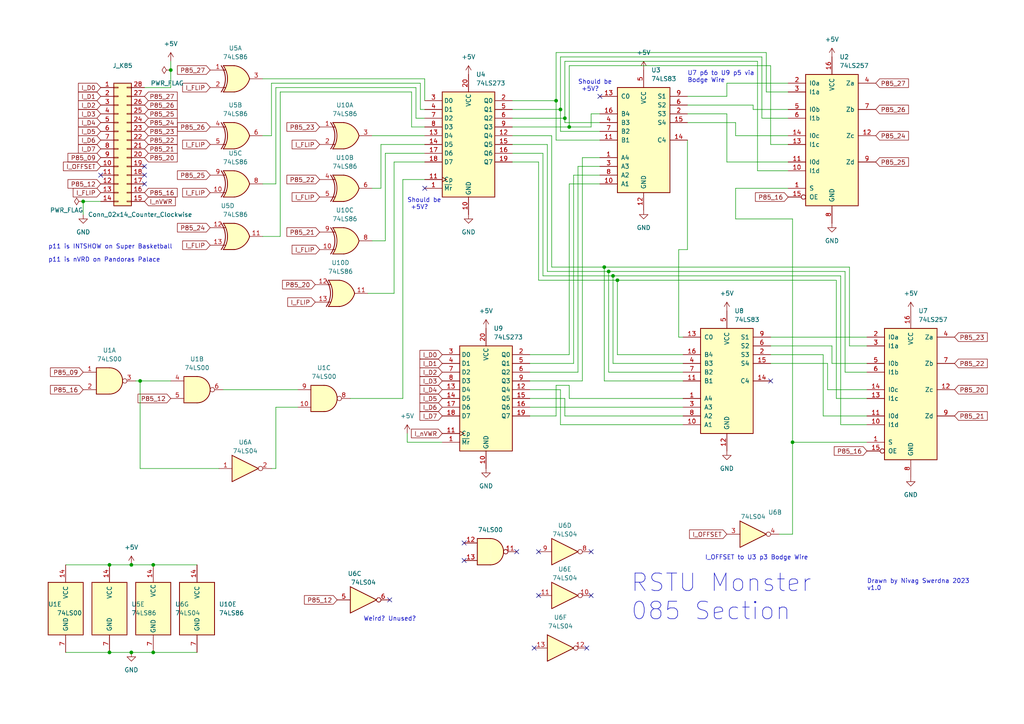
<source format=kicad_sch>
(kicad_sch (version 20230121) (generator eeschema)
  (paper "A4")
  (lib_symbols
    (symbol "74xx:74LS00" (pin_names (offset 1.016))
      (property "Reference" "U" (at 0 1.27 0))
      (property "Value" "74LS00" (at 0 -1.27 0))
      (symbol "74LS00_1_1"
        (pin input line (at -7.62 2.54 0) (length 3.81) (name "~") (number "1"))
        (pin input line (at -7.62 -2.54 0) (length 3.81) (name "~") (number "2"))
        (pin output inverted (at 7.62 0 180) (length 3.81) (name "~") (number "3"))
      )
      (symbol "74LS00_1_2"
        (pin input inverted (at -7.62 2.54 0) (length 4.318) (name "~") (number "1"))
        (pin input inverted (at -7.62 -2.54 0) (length 4.318) (name "~") (number "2"))
        (pin output line (at 7.62 0 180) (length 3.81) (name "~") (number "3"))
      )
      (symbol "74LS00_2_1"
        (pin input line (at -7.62 2.54 0) (length 3.81) (name "~") (number "4"))
        (pin input line (at -7.62 -2.54 0) (length 3.81) (name "~") (number "5"))
        (pin output inverted (at 7.62 0 180) (length 3.81) (name "~") (number "6"))
      )
      (symbol "74LS00_2_2"
        (pin input inverted (at -7.62 2.54 0) (length 4.318) (name "~") (number "4"))
        (pin input inverted (at -7.62 -2.54 0) (length 4.318) (name "~") (number "5"))
        (pin output line (at 7.62 0 180) (length 3.81) (name "~") (number "6"))
      )
      (symbol "74LS00_3_1"
        (pin input line (at -7.62 -2.54 0) (length 3.81) (name "~") (number "10"))
        (pin output inverted (at 7.62 0 180) (length 3.81) (name "~") (number "8"))
        (pin input line (at -7.62 2.54 0) (length 3.81) (name "~") (number "9"))
      )
      (symbol "74LS00_3_2"
        (pin input inverted (at -7.62 -2.54 0) (length 4.318) (name "~") (number "10"))
        (pin output line (at 7.62 0 180) (length 3.81) (name "~") (number "8"))
        (pin input inverted (at -7.62 2.54 0) (length 4.318) (name "~") (number "9"))
      )
      (symbol "74LS00_4_1"
        (pin output inverted (at 7.62 0 180) (length 3.81) (name "~") (number "11"))
        (pin input line (at -7.62 2.54 0) (length 3.81) (name "~") (number "12"))
        (pin input line (at -7.62 -2.54 0) (length 3.81) (name "~") (number "13"))
      )
      (symbol "74LS00_4_2"
        (pin output line (at 7.62 0 180) (length 3.81) (name "~") (number "11"))
        (pin input inverted (at -7.62 2.54 0) (length 4.318) (name "~") (number "12"))
        (pin input inverted (at -7.62 -2.54 0) (length 4.318) (name "~") (number "13"))
      )
      (symbol "74LS00_5_0"
        (pin power_in line (at 0 12.7 270) (length 5.08) (name "VCC") (number "14"))
        (pin power_in line (at 0 -12.7 90) (length 5.08) (name "GND") (number "7"))
      )
    )
    (symbol "74xx:74LS04"
      (property "Reference" "U" (at 0 1.27 0))
      (property "Value" "74LS04" (at 0 -1.27 0))
      (symbol "74LS04_1_0"
        (pin input line (at -7.62 0 0) (length 3.81) (name "~") (number "1"))
        (pin output inverted (at 7.62 0 180) (length 3.81) (name "~") (number "2"))
      )
      (symbol "74LS04_2_0"
        (pin input line (at -7.62 0 0) (length 3.81) (name "~") (number "3"))
        (pin output inverted (at 7.62 0 180) (length 3.81) (name "~") (number "4"))
      )
      (symbol "74LS04_3_0"
        (pin input line (at -7.62 0 0) (length 3.81) (name "~") (number "5"))
        (pin output inverted (at 7.62 0 180) (length 3.81) (name "~") (number "6"))
      )
      (symbol "74LS04_4_0"
        (pin output inverted (at 7.62 0 180) (length 3.81) (name "~") (number "8"))
        (pin input line (at -7.62 0 0) (length 3.81) (name "~") (number "9"))
      )
      (symbol "74LS04_5_0"
        (pin output inverted (at 7.62 0 180) (length 3.81) (name "~") (number "10"))
        (pin input line (at -7.62 0 0) (length 3.81) (name "~") (number "11"))
      )
      (symbol "74LS04_6_0"
        (pin output inverted (at 7.62 0 180) (length 3.81) (name "~") (number "12"))
        (pin input line (at -7.62 0 0) (length 3.81) (name "~") (number "13"))
      )
      (symbol "74LS04_7_0"
        (pin power_in line (at 0 12.7 270) (length 5.08) (name "VCC") (number "14"))
        (pin power_in line (at 0 -12.7 90) (length 5.08) (name "GND") (number "7"))
      )
    )
    (symbol "74xx:74LS257" (pin_names (offset 1.016))
      (property "Reference" "U" (at -7.62 19.05 0))
      (property "Value" "74LS257" (at -7.62 -21.59 0))
      (symbol "74LS257_1_0"
        (pin input line (at -12.7 -15.24 0) (length 5.08) (name "S") (number "1"))
        (pin input line (at -12.7 -10.16 0) (length 5.08) (name "I1d") (number "10"))
        (pin input line (at -12.7 -7.62 0) (length 5.08) (name "I0d") (number "11"))
        (pin tri_state line (at 12.7 0 180) (length 5.08) (name "Zc") (number "12"))
        (pin input line (at -12.7 -2.54 0) (length 5.08) (name "I1c") (number "13"))
        (pin input line (at -12.7 0 0) (length 5.08) (name "I0c") (number "14"))
        (pin input inverted (at -12.7 -17.78 0) (length 5.08) (name "OE") (number "15"))
        (pin power_in line (at 0 22.86 270) (length 5.08) (name "VCC") (number "16"))
        (pin input line (at -12.7 15.24 0) (length 5.08) (name "I0a") (number "2"))
        (pin input line (at -12.7 12.7 0) (length 5.08) (name "I1a") (number "3"))
        (pin tri_state line (at 12.7 15.24 180) (length 5.08) (name "Za") (number "4"))
        (pin input line (at -12.7 7.62 0) (length 5.08) (name "I0b") (number "5"))
        (pin input line (at -12.7 5.08 0) (length 5.08) (name "I1b") (number "6"))
        (pin tri_state line (at 12.7 7.62 180) (length 5.08) (name "Zb") (number "7"))
        (pin power_in line (at 0 -25.4 90) (length 5.08) (name "GND") (number "8"))
        (pin tri_state line (at 12.7 -7.62 180) (length 5.08) (name "Zd") (number "9"))
      )
    )
    (symbol "74xx:74LS273"
      (property "Reference" "U" (at -7.62 16.51 0))
      (property "Value" "74LS273" (at -7.62 -16.51 0))
      (symbol "74LS273_1_0"
        (pin input line (at -12.7 -12.7 0) (length 5.08) (name "~{Mr}") (number "1"))
        (pin power_in line (at 0 -20.32 90) (length 5.08) (name "GND") (number "10"))
        (pin input clock (at -12.7 -10.16 0) (length 5.08) (name "Cp") (number "11"))
        (pin output line (at 12.7 2.54 180) (length 5.08) (name "Q4") (number "12"))
        (pin input line (at -12.7 2.54 0) (length 5.08) (name "D4") (number "13"))
        (pin input line (at -12.7 0 0) (length 5.08) (name "D5") (number "14"))
        (pin output line (at 12.7 0 180) (length 5.08) (name "Q5") (number "15"))
        (pin output line (at 12.7 -2.54 180) (length 5.08) (name "Q6") (number "16"))
        (pin input line (at -12.7 -2.54 0) (length 5.08) (name "D6") (number "17"))
        (pin input line (at -12.7 -5.08 0) (length 5.08) (name "D7") (number "18"))
        (pin output line (at 12.7 -5.08 180) (length 5.08) (name "Q7") (number "19"))
        (pin output line (at 12.7 12.7 180) (length 5.08) (name "Q0") (number "2"))
        (pin power_in line (at 0 20.32 270) (length 5.08) (name "VCC") (number "20"))
        (pin input line (at -12.7 12.7 0) (length 5.08) (name "D0") (number "3"))
        (pin input line (at -12.7 10.16 0) (length 5.08) (name "D1") (number "4"))
        (pin output line (at 12.7 10.16 180) (length 5.08) (name "Q1") (number "5"))
        (pin output line (at 12.7 7.62 180) (length 5.08) (name "Q2") (number "6"))
        (pin input line (at -12.7 7.62 0) (length 5.08) (name "D2") (number "7"))
        (pin input line (at -12.7 5.08 0) (length 5.08) (name "D3") (number "8"))
        (pin output line (at 12.7 5.08 180) (length 5.08) (name "Q3") (number "9"))
      )
    )
    (symbol "74xx:74LS83" (pin_names (offset 1.016))
      (property "Reference" "U" (at -7.62 16.51 0))
      (property "Value" "74LS83" (at -7.62 -16.51 0))
      (symbol "74LS83_1_0"
        (pin input line (at -12.7 -5.08 0) (length 5.08) (name "A4") (number "1"))
        (pin input line (at -12.7 -12.7 0) (length 5.08) (name "A1") (number "10"))
        (pin input line (at -12.7 0 0) (length 5.08) (name "B1") (number "11"))
        (pin power_in line (at 0 -20.32 90) (length 5.08) (name "GND") (number "12"))
        (pin input line (at -12.7 12.7 0) (length 5.08) (name "C0") (number "13"))
        (pin output line (at 12.7 0 180) (length 5.08) (name "C4") (number "14"))
        (pin output line (at 12.7 5.08 180) (length 5.08) (name "S4") (number "15"))
        (pin input line (at -12.7 7.62 0) (length 5.08) (name "B4") (number "16"))
        (pin output line (at 12.7 7.62 180) (length 5.08) (name "S3") (number "2"))
        (pin input line (at -12.7 -7.62 0) (length 5.08) (name "A3") (number "3"))
        (pin input line (at -12.7 5.08 0) (length 5.08) (name "B3") (number "4"))
        (pin power_in line (at 0 20.32 270) (length 5.08) (name "VCC") (number "5"))
        (pin output line (at 12.7 10.16 180) (length 5.08) (name "S2") (number "6"))
        (pin input line (at -12.7 2.54 0) (length 5.08) (name "B2") (number "7"))
        (pin input line (at -12.7 -10.16 0) (length 5.08) (name "A2") (number "8"))
        (pin output line (at 12.7 12.7 180) (length 5.08) (name "S1") (number "9"))
      )
    )
    (symbol "74xx:74LS86" (pin_names (offset 1.016))
      (property "Reference" "U" (at 0 1.27 0))
      (property "Value" "74LS86" (at 0 -1.27 0))
      (symbol "74LS86_1_0"
        (pin input line (at -7.62 2.54 0) (length 4.445) (name "~") (number "1"))
        (pin input line (at -7.62 -2.54 0) (length 4.445) (name "~") (number "2"))
        (pin output line (at 7.62 0 180) (length 3.81) (name "~") (number "3"))
      )
      (symbol "74LS86_2_0"
        (pin input line (at -7.62 2.54 0) (length 4.445) (name "~") (number "4"))
        (pin input line (at -7.62 -2.54 0) (length 4.445) (name "~") (number "5"))
        (pin output line (at 7.62 0 180) (length 3.81) (name "~") (number "6"))
      )
      (symbol "74LS86_3_0"
        (pin input line (at -7.62 -2.54 0) (length 4.445) (name "~") (number "10"))
        (pin output line (at 7.62 0 180) (length 3.81) (name "~") (number "8"))
        (pin input line (at -7.62 2.54 0) (length 4.445) (name "~") (number "9"))
      )
      (symbol "74LS86_4_0"
        (pin output line (at 7.62 0 180) (length 3.81) (name "~") (number "11"))
        (pin input line (at -7.62 2.54 0) (length 4.445) (name "~") (number "12"))
        (pin input line (at -7.62 -2.54 0) (length 4.445) (name "~") (number "13"))
      )
      (symbol "74LS86_5_0"
        (pin power_in line (at 0 12.7 270) (length 5.08) (name "VCC") (number "14"))
        (pin power_in line (at 0 -12.7 90) (length 5.08) (name "GND") (number "7"))
      )
    )
    (symbol "Connector_Generic:Conn_02x14_Counter_Clockwise" (pin_names (offset 1.016) hide)
      (property "Reference" "J" (at 1.27 17.78 0))
      (property "Value" "Conn_02x14_Counter_Clockwise" (at 1.27 -20.32 0))
      (symbol "Conn_02x14_Counter_Clockwise_1_1"
        (pin passive line (at -5.08 15.24 0) (length 3.81) (name "Pin_1") (number "1"))
        (pin passive line (at -5.08 -7.62 0) (length 3.81) (name "Pin_10") (number "10"))
        (pin passive line (at -5.08 -10.16 0) (length 3.81) (name "Pin_11") (number "11"))
        (pin passive line (at -5.08 -12.7 0) (length 3.81) (name "Pin_12") (number "12"))
        (pin passive line (at -5.08 -15.24 0) (length 3.81) (name "Pin_13") (number "13"))
        (pin passive line (at -5.08 -17.78 0) (length 3.81) (name "Pin_14") (number "14"))
        (pin passive line (at 7.62 -17.78 180) (length 3.81) (name "Pin_15") (number "15"))
        (pin passive line (at 7.62 -15.24 180) (length 3.81) (name "Pin_16") (number "16"))
        (pin passive line (at 7.62 -12.7 180) (length 3.81) (name "Pin_17") (number "17"))
        (pin passive line (at 7.62 -10.16 180) (length 3.81) (name "Pin_18") (number "18"))
        (pin passive line (at 7.62 -7.62 180) (length 3.81) (name "Pin_19") (number "19"))
        (pin passive line (at -5.08 12.7 0) (length 3.81) (name "Pin_2") (number "2"))
        (pin passive line (at 7.62 -5.08 180) (length 3.81) (name "Pin_20") (number "20"))
        (pin passive line (at 7.62 -2.54 180) (length 3.81) (name "Pin_21") (number "21"))
        (pin passive line (at 7.62 0 180) (length 3.81) (name "Pin_22") (number "22"))
        (pin passive line (at 7.62 2.54 180) (length 3.81) (name "Pin_23") (number "23"))
        (pin passive line (at 7.62 5.08 180) (length 3.81) (name "Pin_24") (number "24"))
        (pin passive line (at 7.62 7.62 180) (length 3.81) (name "Pin_25") (number "25"))
        (pin passive line (at 7.62 10.16 180) (length 3.81) (name "Pin_26") (number "26"))
        (pin passive line (at 7.62 12.7 180) (length 3.81) (name "Pin_27") (number "27"))
        (pin passive line (at 7.62 15.24 180) (length 3.81) (name "Pin_28") (number "28"))
        (pin passive line (at -5.08 10.16 0) (length 3.81) (name "Pin_3") (number "3"))
        (pin passive line (at -5.08 7.62 0) (length 3.81) (name "Pin_4") (number "4"))
        (pin passive line (at -5.08 5.08 0) (length 3.81) (name "Pin_5") (number "5"))
        (pin passive line (at -5.08 2.54 0) (length 3.81) (name "Pin_6") (number "6"))
        (pin passive line (at -5.08 0 0) (length 3.81) (name "Pin_7") (number "7"))
        (pin passive line (at -5.08 -2.54 0) (length 3.81) (name "Pin_8") (number "8"))
        (pin passive line (at -5.08 -5.08 0) (length 3.81) (name "Pin_9") (number "9"))
      )
    )
    (symbol "power:+5V" (power) (pin_names (offset 0))
      (property "Value" "+5V" (at 0 3.556 0))
      (symbol "+5V_1_1"
        (pin power_in line (at 0 0 90) (length 0) hide (name "+5V") (number "1"))
      )
    )
    (symbol "power:GND" (power) (pin_names (offset 0))
      (property "Value" "GND" (at 0 -3.81 0))
      (symbol "GND_1_1"
        (pin power_in line (at 0 0 270) (length 0) hide (name "GND") (number "1"))
      )
    )
    (symbol "power:PWR_FLAG" (power) (pin_numbers hide) (pin_names (offset 0) hide)
      (property "Value" "PWR_FLAG" (at 0 3.81 0))
      (symbol "PWR_FLAG_0_0"
        (pin power_out line (at 0 0 90) (length 0) (name "pwr") (number "1"))
      )
    )
  )
  (junction (at 49.53 20.32))
  (junction (at 161.29 29.21))
  (junction (at 176.53 78.74))
  (junction (at 31.75 163.83))
  (junction (at 24.13 58.42))
  (junction (at 162.56 31.75))
  (junction (at 175.26 77.47))
  (junction (at 40.64 110.49))
  (junction (at 179.07 81.28))
  (junction (at 31.75 189.23))
  (junction (at 165.1 36.83))
  (junction (at 44.45 163.83))
  (junction (at 177.8 80.01))
  (junction (at 163.83 34.29))
  (junction (at 44.45 189.23))
  (junction (at 38.1 163.83))
  (junction (at 38.1 189.23))
  (junction (at 229.87 128.27))
  (no_connect (at 156.21 172.72))
  (no_connect (at 170.18 187.96))
  (no_connect (at 173.99 27.94))
  (no_connect (at 41.91 48.26))
  (no_connect (at 113.03 173.99))
  (no_connect (at 223.52 110.49))
  (no_connect (at 134.62 162.56))
  (no_connect (at 154.94 187.96))
  (no_connect (at 41.91 50.8))
  (no_connect (at 156.21 160.02))
  (no_connect (at 134.62 157.48))
  (no_connect (at 41.91 53.34))
  (no_connect (at 149.86 160.02))
  (no_connect (at 123.19 54.61))
  (no_connect (at 171.45 172.72))
  (no_connect (at 29.21 50.8))
  (no_connect (at 171.45 160.02))
  (wire (pts (xy 213.36 35.56) (xy 213.36 39.37)))
  (wire (pts (xy 167.64 107.95) (xy 167.64 48.26)))
  (wire (pts (xy 220.98 34.29) (xy 220.98 16.51)))
  (wire (pts (xy 148.59 29.21) (xy 161.29 29.21)))
  (wire (pts (xy 120.65 25.4) (xy 120.65 34.29)))
  (wire (pts (xy 238.76 102.87) (xy 238.76 120.65)))
  (wire (pts (xy 162.56 38.1) (xy 173.99 38.1)))
  (wire (pts (xy 177.8 80.01) (xy 243.84 80.01)))
  (wire (pts (xy 148.59 46.99) (xy 156.21 46.99)))
  (wire (pts (xy 226.06 154.94) (xy 229.87 154.94)))
  (wire (pts (xy 177.8 105.41) (xy 198.12 105.41)))
  (wire (pts (xy 163.83 34.29) (xy 163.83 17.78)))
  (wire (pts (xy 199.39 33.02) (xy 210.82 33.02)))
  (wire (pts (xy 245.11 107.95) (xy 251.46 107.95)))
  (wire (pts (xy 78.74 39.37) (xy 78.74 24.13)))
  (wire (pts (xy 76.2 68.58) (xy 81.28 68.58)))
  (wire (pts (xy 238.76 120.65) (xy 251.46 120.65)))
  (wire (pts (xy 222.25 26.67) (xy 228.6 26.67)))
  (wire (pts (xy 220.98 34.29) (xy 228.6 34.29)))
  (wire (pts (xy 80.01 53.34) (xy 80.01 25.4)))
  (wire (pts (xy 168.91 45.72) (xy 173.99 45.72)))
  (wire (pts (xy 228.6 24.13) (xy 210.82 24.13)))
  (wire (pts (xy 107.95 39.37) (xy 123.19 39.37)))
  (wire (pts (xy 162.56 123.19) (xy 198.12 123.19)))
  (wire (pts (xy 81.28 26.67) (xy 119.38 26.67)))
  (wire (pts (xy 153.67 107.95) (xy 167.64 107.95)))
  (wire (pts (xy 175.26 110.49) (xy 198.12 110.49)))
  (wire (pts (xy 171.45 36.83) (xy 171.45 33.02)))
  (wire (pts (xy 243.84 80.01) (xy 243.84 123.19)))
  (wire (pts (xy 161.29 120.65) (xy 153.67 120.65)))
  (wire (pts (xy 78.74 135.89) (xy 80.01 135.89)))
  (wire (pts (xy 111.76 44.45) (xy 123.19 44.45)))
  (wire (pts (xy 78.74 24.13) (xy 121.92 24.13)))
  (wire (pts (xy 101.6 115.57) (xy 116.84 115.57)))
  (wire (pts (xy 41.91 25.4) (xy 49.53 25.4)))
  (wire (pts (xy 119.38 36.83) (xy 123.19 36.83)))
  (wire (pts (xy 162.56 113.03) (xy 162.56 123.19)))
  (wire (pts (xy 81.28 68.58) (xy 81.28 26.67)))
  (wire (pts (xy 63.5 135.89) (xy 40.64 135.89)))
  (wire (pts (xy 242.57 115.57) (xy 251.46 115.57)))
  (wire (pts (xy 165.1 111.76) (xy 165.1 115.57)))
  (wire (pts (xy 165.1 102.87) (xy 153.67 102.87)))
  (wire (pts (xy 64.77 113.03) (xy 86.36 113.03)))
  (wire (pts (xy 40.64 135.89) (xy 40.64 110.49)))
  (wire (pts (xy 38.1 189.23) (xy 44.45 189.23)))
  (wire (pts (xy 161.29 40.64) (xy 173.99 40.64)))
  (wire (pts (xy 111.76 69.85) (xy 111.76 44.45)))
  (wire (pts (xy 229.87 63.5) (xy 229.87 128.27)))
  (wire (pts (xy 160.02 77.47) (xy 160.02 39.37)))
  (wire (pts (xy 118.11 128.27) (xy 128.27 128.27)))
  (wire (pts (xy 165.1 111.76) (xy 161.29 111.76)))
  (wire (pts (xy 153.67 105.41) (xy 166.37 105.41)))
  (wire (pts (xy 223.52 19.05) (xy 165.1 19.05)))
  (wire (pts (xy 179.07 81.28) (xy 242.57 81.28)))
  (wire (pts (xy 19.05 189.23) (xy 31.75 189.23)))
  (wire (pts (xy 49.53 20.32) (xy 49.53 17.78)))
  (wire (pts (xy 114.3 46.99) (xy 123.19 46.99)))
  (wire (pts (xy 229.87 128.27) (xy 251.46 128.27)))
  (wire (pts (xy 29.21 58.42) (xy 24.13 58.42)))
  (wire (pts (xy 199.39 30.48) (xy 218.44 30.48)))
  (wire (pts (xy 223.52 41.91) (xy 223.52 19.05)))
  (wire (pts (xy 163.83 115.57) (xy 163.83 120.65)))
  (wire (pts (xy 179.07 102.87) (xy 198.12 102.87)))
  (wire (pts (xy 218.44 30.48) (xy 218.44 31.75)))
  (wire (pts (xy 123.19 29.21) (xy 123.19 22.86)))
  (wire (pts (xy 163.83 35.56) (xy 173.99 35.56)))
  (wire (pts (xy 251.46 100.33) (xy 246.38 100.33)))
  (wire (pts (xy 210.82 33.02) (xy 210.82 46.99)))
  (wire (pts (xy 210.82 27.94) (xy 199.39 27.94)))
  (wire (pts (xy 166.37 50.8) (xy 173.99 50.8)))
  (wire (pts (xy 116.84 52.07) (xy 116.84 115.57)))
  (wire (pts (xy 148.59 41.91) (xy 158.75 41.91)))
  (wire (pts (xy 176.53 78.74) (xy 158.75 78.74)))
  (wire (pts (xy 118.11 125.73) (xy 118.11 128.27)))
  (wire (pts (xy 177.8 105.41) (xy 177.8 80.01)))
  (wire (pts (xy 153.67 110.49) (xy 168.91 110.49)))
  (wire (pts (xy 110.49 41.91) (xy 123.19 41.91)))
  (wire (pts (xy 199.39 35.56) (xy 213.36 35.56)))
  (wire (pts (xy 123.19 22.86) (xy 76.2 22.86)))
  (wire (pts (xy 219.71 49.53) (xy 228.6 49.53)))
  (wire (pts (xy 44.45 163.83) (xy 57.15 163.83)))
  (wire (pts (xy 40.64 110.49) (xy 39.37 110.49)))
  (wire (pts (xy 196.85 97.79) (xy 198.12 97.79)))
  (wire (pts (xy 162.56 31.75) (xy 162.56 38.1)))
  (wire (pts (xy 153.67 113.03) (xy 162.56 113.03)))
  (wire (pts (xy 223.52 97.79) (xy 251.46 97.79)))
  (wire (pts (xy 210.82 24.13) (xy 210.82 27.94)))
  (wire (pts (xy 177.8 80.01) (xy 157.48 80.01)))
  (wire (pts (xy 148.59 44.45) (xy 157.48 44.45)))
  (wire (pts (xy 229.87 128.27) (xy 229.87 154.94)))
  (wire (pts (xy 219.71 17.78) (xy 219.71 49.53)))
  (wire (pts (xy 114.3 85.09) (xy 114.3 46.99)))
  (wire (pts (xy 123.19 52.07) (xy 116.84 52.07)))
  (wire (pts (xy 78.74 39.37) (xy 76.2 39.37)))
  (wire (pts (xy 121.92 31.75) (xy 123.19 31.75)))
  (wire (pts (xy 76.2 53.34) (xy 80.01 53.34)))
  (wire (pts (xy 31.75 189.23) (xy 38.1 189.23)))
  (wire (pts (xy 162.56 16.51) (xy 162.56 31.75)))
  (wire (pts (xy 240.03 105.41) (xy 240.03 113.03)))
  (wire (pts (xy 148.59 36.83) (xy 165.1 36.83)))
  (wire (pts (xy 166.37 105.41) (xy 166.37 50.8)))
  (wire (pts (xy 223.52 105.41) (xy 240.03 105.41)))
  (wire (pts (xy 44.45 189.23) (xy 57.15 189.23)))
  (wire (pts (xy 246.38 77.47) (xy 175.26 77.47)))
  (wire (pts (xy 229.87 63.5) (xy 213.36 63.5)))
  (wire (pts (xy 218.44 31.75) (xy 228.6 31.75)))
  (wire (pts (xy 157.48 80.01) (xy 157.48 44.45)))
  (wire (pts (xy 165.1 53.34) (xy 165.1 102.87)))
  (wire (pts (xy 243.84 123.19) (xy 251.46 123.19)))
  (wire (pts (xy 176.53 107.95) (xy 198.12 107.95)))
  (wire (pts (xy 241.3 105.41) (xy 251.46 105.41)))
  (wire (pts (xy 24.13 58.42) (xy 24.13 62.23)))
  (wire (pts (xy 213.36 54.61) (xy 228.6 54.61)))
  (wire (pts (xy 163.83 120.65) (xy 198.12 120.65)))
  (wire (pts (xy 148.59 39.37) (xy 160.02 39.37)))
  (wire (pts (xy 163.83 34.29) (xy 163.83 35.56)))
  (wire (pts (xy 107.95 69.85) (xy 111.76 69.85)))
  (wire (pts (xy 213.36 39.37) (xy 228.6 39.37)))
  (wire (pts (xy 120.65 34.29) (xy 123.19 34.29)))
  (wire (pts (xy 176.53 107.95) (xy 176.53 78.74)))
  (wire (pts (xy 223.52 102.87) (xy 238.76 102.87)))
  (wire (pts (xy 165.1 36.83) (xy 171.45 36.83)))
  (wire (pts (xy 163.83 17.78) (xy 219.71 17.78)))
  (wire (pts (xy 80.01 118.11) (xy 86.36 118.11)))
  (wire (pts (xy 179.07 81.28) (xy 156.21 81.28)))
  (wire (pts (xy 153.67 115.57) (xy 163.83 115.57)))
  (wire (pts (xy 106.68 85.09) (xy 114.3 85.09)))
  (wire (pts (xy 175.26 77.47) (xy 175.26 110.49)))
  (wire (pts (xy 245.11 78.74) (xy 245.11 107.95)))
  (wire (pts (xy 158.75 78.74) (xy 158.75 41.91)))
  (wire (pts (xy 176.53 78.74) (xy 245.11 78.74)))
  (wire (pts (xy 223.52 100.33) (xy 241.3 100.33)))
  (wire (pts (xy 161.29 15.24) (xy 222.25 15.24)))
  (wire (pts (xy 220.98 16.51) (xy 162.56 16.51)))
  (wire (pts (xy 80.01 25.4) (xy 120.65 25.4)))
  (wire (pts (xy 148.59 34.29) (xy 163.83 34.29)))
  (wire (pts (xy 222.25 15.24) (xy 222.25 26.67)))
  (wire (pts (xy 153.67 118.11) (xy 198.12 118.11)))
  (wire (pts (xy 213.36 63.5) (xy 213.36 54.61)))
  (wire (pts (xy 246.38 100.33) (xy 246.38 77.47)))
  (wire (pts (xy 49.53 25.4) (xy 49.53 20.32)))
  (wire (pts (xy 199.39 72.39) (xy 196.85 72.39)))
  (wire (pts (xy 156.21 81.28) (xy 156.21 46.99)))
  (wire (pts (xy 80.01 135.89) (xy 80.01 118.11)))
  (wire (pts (xy 119.38 26.67) (xy 119.38 36.83)))
  (wire (pts (xy 40.64 110.49) (xy 49.53 110.49)))
  (wire (pts (xy 165.1 19.05) (xy 165.1 36.83)))
  (wire (pts (xy 199.39 40.64) (xy 199.39 72.39)))
  (wire (pts (xy 179.07 102.87) (xy 179.07 81.28)))
  (wire (pts (xy 171.45 33.02) (xy 173.99 33.02)))
  (wire (pts (xy 148.59 31.75) (xy 162.56 31.75)))
  (wire (pts (xy 228.6 41.91) (xy 223.52 41.91)))
  (wire (pts (xy 161.29 29.21) (xy 161.29 15.24)))
  (wire (pts (xy 19.05 163.83) (xy 31.75 163.83)))
  (wire (pts (xy 175.26 77.47) (xy 160.02 77.47)))
  (wire (pts (xy 167.64 48.26) (xy 173.99 48.26)))
  (wire (pts (xy 38.1 163.83) (xy 44.45 163.83)))
  (wire (pts (xy 165.1 115.57) (xy 198.12 115.57)))
  (wire (pts (xy 241.3 100.33) (xy 241.3 105.41)))
  (wire (pts (xy 161.29 29.21) (xy 161.29 40.64)))
  (wire (pts (xy 161.29 111.76) (xy 161.29 120.65)))
  (wire (pts (xy 240.03 113.03) (xy 251.46 113.03)))
  (wire (pts (xy 31.75 163.83) (xy 38.1 163.83)))
  (wire (pts (xy 110.49 54.61) (xy 110.49 41.91)))
  (wire (pts (xy 168.91 110.49) (xy 168.91 45.72)))
  (wire (pts (xy 242.57 81.28) (xy 242.57 115.57)))
  (wire (pts (xy 107.95 54.61) (xy 110.49 54.61)))
  (wire (pts (xy 196.85 72.39) (xy 196.85 97.79)))
  (wire (pts (xy 121.92 24.13) (xy 121.92 31.75)))
  (wire (pts (xy 210.82 46.99) (xy 228.6 46.99)))
  (wire (pts (xy 173.99 53.34) (xy 165.1 53.34)))
  (text "U7 p6 to U9 p5 via\nBodge Wire" (at 199.39 24.13 0) (effects (font (size 1.27 1.27)) (justify left bottom)))
  (text "Should be\n +5V?" (at 167.64 26.67 0) (effects (font (size 1.27 1.27)) (justify left bottom)))
  (text "p11 is nVRD on Pandoras Palace" (at 13.97 76.2 0) (effects (font (size 1.27 1.27)) (justify left bottom)))
  (text "Should be\n +5V?" (at 118.11 60.96 0) (effects (font (size 1.27 1.27)) (justify left bottom)))
  (text "Weird? Unused?" (at 105.41 180.34 0) (effects (font (size 1.27 1.27)) (justify left bottom)))
  (text "I_OFFSET to U3 p3 Bodge Wire" (at 204.47 162.56 0) (effects (font (size 1.27 1.27)) (justify left bottom)))
  (text "p11 is INTSHOW on Super Basketball" (at 13.97 72.39 0) (effects (font (size 1.27 1.27)) (justify left bottom)))
  (text "RSTU Monster\n085 Section" (at 182.88 180.34 0) (effects (font (size 5.08 5.08)) (justify left bottom)))
  (text "Drawn by Nivag Swerdna 2023\nv1.0" (at 251.46 171.45 0) (effects (font (size 1.27 1.27)) (justify left bottom)))
  (global_label "I_D7" (shape input) (at 128.27 120.65 180) (property "Intersheetrefs" "${INTERSHEET_REFS}" (effects hide)))
  (global_label "P85_22" (shape input) (at 92.71 52.07 180) (property "Intersheetrefs" "${INTERSHEET_REFS}" (effects hide)))
  (global_label "I_FLIP" (shape input) (at 60.96 71.12 180) (property "Intersheetrefs" "${INTERSHEET_REFS}" (effects hide)))
  (global_label "I_FLIP" (shape input) (at 60.96 41.91 180) (property "Intersheetrefs" "${INTERSHEET_REFS}" (effects hide)))
  (global_label "P85_27" (shape input) (at 254 24.13 0) (property "Intersheetrefs" "${INTERSHEET_REFS}" (effects hide)))
  (global_label "I_D6" (shape input) (at 128.27 118.11 180) (property "Intersheetrefs" "${INTERSHEET_REFS}" (effects hide)))
  (global_label "P85_22" (shape input) (at 41.91 40.64 0) (property "Intersheetrefs" "${INTERSHEET_REFS}" (effects hide)))
  (global_label "P85_12" (shape input) (at 97.79 173.99 180) (property "Intersheetrefs" "${INTERSHEET_REFS}" (effects hide)))
  (global_label "I_D0" (shape input) (at 128.27 102.87 180) (property "Intersheetrefs" "${INTERSHEET_REFS}" (effects hide)))
  (global_label "P85_25" (shape input) (at 41.91 33.02 0) (property "Intersheetrefs" "${INTERSHEET_REFS}" (effects hide)))
  (global_label "I_D5" (shape input) (at 128.27 115.57 180) (property "Intersheetrefs" "${INTERSHEET_REFS}" (effects hide)))
  (global_label "I_D0" (shape input) (at 29.21 25.4 180) (property "Intersheetrefs" "${INTERSHEET_REFS}" (effects hide)))
  (global_label "P85_20" (shape input) (at 91.44 82.55 180) (property "Intersheetrefs" "${INTERSHEET_REFS}" (effects hide)))
  (global_label "P85_21" (shape input) (at 41.91 43.18 0) (property "Intersheetrefs" "${INTERSHEET_REFS}" (effects hide)))
  (global_label "I_FLIP" (shape input) (at 92.71 57.15 180) (property "Intersheetrefs" "${INTERSHEET_REFS}" (effects hide)))
  (global_label "P85_21" (shape input) (at 92.71 67.31 180) (property "Intersheetrefs" "${INTERSHEET_REFS}" (effects hide)))
  (global_label "P85_20" (shape input) (at 276.86 113.03 0) (property "Intersheetrefs" "${INTERSHEET_REFS}" (effects hide)))
  (global_label "I_FLIP" (shape input) (at 92.71 72.39 180) (property "Intersheetrefs" "${INTERSHEET_REFS}" (effects hide)))
  (global_label "P85_24" (shape input) (at 41.91 35.56 0) (property "Intersheetrefs" "${INTERSHEET_REFS}" (effects hide)))
  (global_label "I_OFFSET" (shape input) (at 29.21 48.26 180) (property "Intersheetrefs" "${INTERSHEET_REFS}" (effects hide)))
  (global_label "I_D2" (shape input) (at 29.21 30.48 180) (property "Intersheetrefs" "${INTERSHEET_REFS}" (effects hide)))
  (global_label "I_D2" (shape input) (at 128.27 107.95 180) (property "Intersheetrefs" "${INTERSHEET_REFS}" (effects hide)))
  (global_label "P85_25" (shape input) (at 60.96 50.8 180) (property "Intersheetrefs" "${INTERSHEET_REFS}" (effects hide)))
  (global_label "P85_23" (shape input) (at 41.91 38.1 0) (property "Intersheetrefs" "${INTERSHEET_REFS}" (effects hide)))
  (global_label "P85_20" (shape input) (at 41.91 45.72 0) (property "Intersheetrefs" "${INTERSHEET_REFS}" (effects hide)))
  (global_label "I_D4" (shape input) (at 29.21 35.56 180) (property "Intersheetrefs" "${INTERSHEET_REFS}" (effects hide)))
  (global_label "P85_26" (shape input) (at 60.96 36.83 180) (property "Intersheetrefs" "${INTERSHEET_REFS}" (effects hide)))
  (global_label "P85_24" (shape input) (at 60.96 66.04 180) (property "Intersheetrefs" "${INTERSHEET_REFS}" (effects hide)))
  (global_label "P85_16" (shape input) (at 251.46 130.81 180) (property "Intersheetrefs" "${INTERSHEET_REFS}" (effects hide)))
  (global_label "I_D3" (shape input) (at 128.27 110.49 180) (property "Intersheetrefs" "${INTERSHEET_REFS}" (effects hide)))
  (global_label "I_D1" (shape input) (at 29.21 27.94 180) (property "Intersheetrefs" "${INTERSHEET_REFS}" (effects hide)))
  (global_label "P85_27" (shape input) (at 41.91 27.94 0) (property "Intersheetrefs" "${INTERSHEET_REFS}" (effects hide)))
  (global_label "I_FLIP" (shape input) (at 60.96 25.4 180) (property "Intersheetrefs" "${INTERSHEET_REFS}" (effects hide)))
  (global_label "P85_24" (shape input) (at 254 39.37 0) (property "Intersheetrefs" "${INTERSHEET_REFS}" (effects hide)))
  (global_label "P85_22" (shape input) (at 276.86 105.41 0) (property "Intersheetrefs" "${INTERSHEET_REFS}" (effects hide)))
  (global_label "I_OFFSET" (shape input) (at 210.82 154.94 180) (property "Intersheetrefs" "${INTERSHEET_REFS}" (effects hide)))
  (global_label "I_D6" (shape input) (at 29.21 40.64 180) (property "Intersheetrefs" "${INTERSHEET_REFS}" (effects hide)))
  (global_label "I_D3" (shape input) (at 29.21 33.02 180) (property "Intersheetrefs" "${INTERSHEET_REFS}" (effects hide)))
  (global_label "P85_16" (shape input) (at 41.91 55.88 0) (property "Intersheetrefs" "${INTERSHEET_REFS}" (effects hide)))
  (global_label "I_FLIP" (shape input) (at 29.21 55.88 180) (property "Intersheetrefs" "${INTERSHEET_REFS}" (effects hide)))
  (global_label "P85_26" (shape input) (at 254 31.75 0) (property "Intersheetrefs" "${INTERSHEET_REFS}" (effects hide)))
  (global_label "P85_16" (shape input) (at 228.6 57.15 180) (property "Intersheetrefs" "${INTERSHEET_REFS}" (effects hide)))
  (global_label "I_FLIP" (shape input) (at 92.71 41.91 180) (property "Intersheetrefs" "${INTERSHEET_REFS}" (effects hide)))
  (global_label "I_nVWR" (shape input) (at 128.27 125.73 180) (property "Intersheetrefs" "${INTERSHEET_REFS}" (effects hide)))
  (global_label "P85_27" (shape input) (at 60.96 20.32 180) (property "Intersheetrefs" "${INTERSHEET_REFS}" (effects hide)))
  (global_label "I_D7" (shape input) (at 29.21 43.18 180) (property "Intersheetrefs" "${INTERSHEET_REFS}" (effects hide)))
  (global_label "P85_09" (shape input) (at 29.21 45.72 180) (property "Intersheetrefs" "${INTERSHEET_REFS}" (effects hide)))
  (global_label "I_FLIP" (shape input) (at 91.44 87.63 180) (property "Intersheetrefs" "${INTERSHEET_REFS}" (effects hide)))
  (global_label "I_D1" (shape input) (at 128.27 105.41 180) (property "Intersheetrefs" "${INTERSHEET_REFS}" (effects hide)))
  (global_label "P85_25" (shape input) (at 254 46.99 0) (property "Intersheetrefs" "${INTERSHEET_REFS}" (effects hide)))
  (global_label "I_D5" (shape input) (at 29.21 38.1 180) (property "Intersheetrefs" "${INTERSHEET_REFS}" (effects hide)))
  (global_label "I_D4" (shape input) (at 128.27 113.03 180) (property "Intersheetrefs" "${INTERSHEET_REFS}" (effects hide)))
  (global_label "P85_23" (shape input) (at 92.71 36.83 180) (property "Intersheetrefs" "${INTERSHEET_REFS}" (effects hide)))
  (global_label "P85_23" (shape input) (at 276.86 97.79 0) (property "Intersheetrefs" "${INTERSHEET_REFS}" (effects hide)))
  (global_label "I_FLIP" (shape input) (at 60.96 55.88 180) (property "Intersheetrefs" "${INTERSHEET_REFS}" (effects hide)))
  (global_label "P85_12" (shape input) (at 49.53 115.57 180) (property "Intersheetrefs" "${INTERSHEET_REFS}" (effects hide)))
  (global_label "P85_09" (shape input) (at 24.13 107.95 180) (property "Intersheetrefs" "${INTERSHEET_REFS}" (effects hide)))
  (global_label "I_nVWR" (shape input) (at 41.91 58.42 0) (property "Intersheetrefs" "${INTERSHEET_REFS}" (effects hide)))
  (global_label "P85_16" (shape input) (at 24.13 113.03 180) (property "Intersheetrefs" "${INTERSHEET_REFS}" (effects hide)))
  (global_label "P85_21" (shape input) (at 276.86 120.65 0) (property "Intersheetrefs" "${INTERSHEET_REFS}" (effects hide)))
  (global_label "P85_26" (shape input) (at 41.91 30.48 0) (property "Intersheetrefs" "${INTERSHEET_REFS}" (effects hide)))
  (global_label "P85_12" (shape input) (at 29.21 53.34 180) (property "Intersheetrefs" "${INTERSHEET_REFS}" (effects hide)))
  (symbol (lib_id "power:PWR_FLAG") (at 49.53 20.32 90) (unit 1)
    (property "Reference" "#FLG02" (effects hide))
    (property "Value" "PWR_FLAG" (at 53.34 24.13 90) (effects (justify left)))
  )
  (symbol (lib_id "power:GND") (at 24.13 62.23 0) (unit 1)
    (property "Reference" "#PWR01" (effects hide))
    (property "Value" "GND" (at 24.13 67.31 0))
  )
  (symbol (lib_id "74xx:74LS86") (at 100.33 54.61 0) (unit 2)
    (property "Reference" "U10" (at 100.0252 45.72 0))
    (property "Value" "74LS86" (at 100.0252 48.26 0))
    (property "Footprint" "Package_DIP:DIP-14_W7.62mm" (effects hide))
    (property "Datasheet" "74xx/74ls86.pdf" (effects hide))
    (instances (project "RSTU" (path "" (reference "U10") (unit 2)) (path "" (reference "U4") (unit 2))))
  )
  (symbol (lib_id "74xx:74LS86") (at 31.75 176.53 0) (unit 5)
    (property "Reference" "U5" (at 38.1 175.26 0) (effects (justify left)))
    (property "Value" "74LS86" (at 38.1 177.8 0) (effects (justify left)))
    (property "Footprint" "Package_DIP:DIP-14_W7.62mm" (effects hide))
    (property "Datasheet" "74xx/74ls86.pdf" (effects hide))
    (instances (project "RSTU" (path "" (reference "U5") (unit 5)) (path "" (reference "U2") (unit 5))))
  )
  (symbol (lib_id "power:GND") (at 38.1 189.23 0) (unit 1)
    (property "Reference" "#PWR011" (effects hide))
    (property "Value" "GND" (at 38.1 194.31 0))
    (instances (project "RSTU" (path "" (reference "#PWR011") (unit 1)) (path "" (reference "#PWR03") (unit 1))))
  )
  (symbol (lib_id "74xx:74LS00") (at 93.98 115.57 0) (unit 3)
    (property "Reference" "U1" (at 93.9717 106.68 0))
    (property "Value" "74LS00" (at 93.9717 109.22 0))
    (property "Footprint" "Package_DIP:DIP-14_W7.62mm" (effects hide))
    (property "Datasheet" "http://www.ti.com/lit/gpn/sn74ls00" (effects hide))
  )
  (symbol (lib_id "power:GND") (at 241.3 64.77 0) (unit 1)
    (property "Reference" "#PWR02" (effects hide))
    (property "Value" "GND" (at 241.3 69.85 0))
    (instances (project "RSTU" (path "" (reference "#PWR02") (unit 1)) (path "" (reference "#PWR018") (unit 1))))
  )
  (symbol (lib_id "74xx:74LS86") (at 68.58 22.86 0) (unit 1)
    (property "Reference" "U5" (at 68.2752 13.97 0))
    (property "Value" "74LS86" (at 68.2752 16.51 0))
    (property "Footprint" "Package_DIP:DIP-14_W7.62mm" (effects hide))
    (property "Datasheet" "74xx/74ls86.pdf" (effects hide))
    (instances (project "RSTU" (path "" (reference "U5") (unit 1)) (path "" (reference "U2") (unit 1))))
  )
  (symbol (lib_id "74xx:74LS86") (at 68.58 53.34 0) (unit 3)
    (property "Reference" "U5" (at 68.2752 44.45 0))
    (property "Value" "74LS86" (at 68.2752 46.99 0))
    (property "Footprint" "Package_DIP:DIP-14_W7.62mm" (effects hide))
    (property "Datasheet" "74xx/74ls86.pdf" (effects hide))
    (instances (project "RSTU" (path "" (reference "U5") (unit 3)) (path "" (reference "U2") (unit 3))))
  )
  (symbol (lib_id "74xx:74LS04") (at 105.41 173.99 0) (unit 3)
    (property "Reference" "U6" (at 102.87 166.37 0))
    (property "Value" "74LS04" (at 105.41 168.91 0))
    (property "Footprint" "Package_DIP:DIP-14_W7.62mm" (effects hide))
    (property "Datasheet" "http://www.ti.com/lit/gpn/sn74LS04" (effects hide))
    (instances (project "RSTU" (path "" (reference "U6") (unit 3)) (path "" (reference "U3") (unit 3))))
  )
  (symbol (lib_id "74xx:74LS86") (at 100.33 39.37 0) (unit 1)
    (property "Reference" "U10" (at 100.0252 30.48 0))
    (property "Value" "74LS86" (at 100.0252 33.02 0))
    (property "Footprint" "Package_DIP:DIP-14_W7.62mm" (effects hide))
    (property "Datasheet" "74xx/74ls86.pdf" (effects hide))
    (instances (project "RSTU" (path "" (reference "U10") (unit 1)) (path "" (reference "U4") (unit 1))))
  )
  (symbol (lib_id "power:+5V") (at 118.11 125.73 0) (unit 1)
    (property "Reference" "#PWR023" (effects hide))
    (property "Value" "+5V" (at 118.11 120.65 0))
    (instances (project "RSTU" (path "" (reference "#PWR023") (unit 1)) (path "" (reference "#PWR05") (unit 1))))
  )
  (symbol (lib_id "power:+5V") (at 38.1 163.83 0) (unit 1)
    (property "Reference" "#PWR018" (effects hide))
    (property "Value" "+5V" (at 38.1 158.75 0))
    (instances (project "RSTU" (path "" (reference "#PWR018") (unit 1)) (path "" (reference "#PWR02") (unit 1))))
  )
  (symbol (lib_id "power:+5V") (at 241.3 16.51 0) (unit 1)
    (property "Reference" "#PWR015" (effects hide))
    (property "Value" "+5V" (at 241.3 11.43 0))
    (instances (project "RSTU" (path "" (reference "#PWR015") (unit 1)) (path "" (reference "#PWR017") (unit 1))))
  )
  (symbol (lib_id "74xx:74LS04") (at 162.56 187.96 0) (unit 6)
    (property "Reference" "U6" (at 162.56 179.07 0))
    (property "Value" "74LS04" (at 162.56 181.61 0))
    (property "Footprint" "Package_DIP:DIP-14_W7.62mm" (effects hide))
    (property "Datasheet" "http://www.ti.com/lit/gpn/sn74LS04" (effects hide))
    (instances (project "RSTU" (path "" (reference "U6") (unit 6)) (path "" (reference "U3") (unit 6))))
  )
  (symbol (lib_id "74xx:74LS86") (at 68.58 68.58 0) (unit 4)
    (property "Reference" "U5" (at 66.04 59.69 0))
    (property "Value" "74LS86" (at 68.2752 62.23 0))
    (property "Footprint" "Package_DIP:DIP-14_W7.62mm" (effects hide))
    (property "Datasheet" "74xx/74ls86.pdf" (effects hide))
    (instances (project "RSTU" (path "" (reference "U5") (unit 4)) (path "" (reference "U2") (unit 4))))
  )
  (symbol (lib_id "74xx:74LS00") (at 31.75 110.49 0) (unit 1)
    (property "Reference" "U1" (at 31.7417 101.6 0))
    (property "Value" "74LS00" (at 31.7417 104.14 0))
    (property "Footprint" "Package_DIP:DIP-14_W7.62mm" (effects hide))
    (property "Datasheet" "http://www.ti.com/lit/gpn/sn74ls00" (effects hide))
  )
  (symbol (lib_id "74xx:74LS273") (at 140.97 115.57 0) (unit 1)
    (property "Reference" "U9" (at 143.1641 95.25 0) (effects (justify left)))
    (property "Value" "74LS273" (at 143.1641 97.79 0) (effects (justify left)))
    (property "Footprint" "Package_DIP:DIP-20_W7.62mm" (effects hide))
    (property "Datasheet" "http://www.ti.com/lit/gpn/sn74LS273" (effects hide))
    (instances (project "RSTU" (path "" (reference "U9") (unit 1)) (path "" (reference "U6") (unit 1))))
  )
  (symbol (lib_id "Connector_Generic:Conn_02x14_Counter_Clockwise") (at 34.29 40.64 0) (unit 1)
    (property "Reference" "J_K85" (at 35.56 19.05 0))
    (property "Value" "Conn_02x14_Counter_Clockwise" (at 40.64 62.23 0))
    (property "Footprint" "Package_DIP:DIP-28_W15.24mm" (effects hide))
  )
  (symbol (lib_id "power:+5V") (at 210.82 90.17 0) (unit 1)
    (property "Reference" "#PWR013" (effects hide))
    (property "Value" "+5V" (at 210.82 85.09 0))
    (instances (project "RSTU" (path "" (reference "#PWR013") (unit 1)) (path "" (reference "#PWR015") (unit 1))))
  )
  (symbol (lib_id "74xx:74LS86") (at 99.06 85.09 0) (unit 4)
    (property "Reference" "U10" (at 98.7552 76.2 0))
    (property "Value" "74LS86" (at 98.7552 78.74 0))
    (property "Footprint" "Package_DIP:DIP-14_W7.62mm" (effects hide))
    (property "Datasheet" "74xx/74ls86.pdf" (effects hide))
    (instances (project "RSTU" (path "" (reference "U10") (unit 4)) (path "" (reference "U4") (unit 4))))
  )
  (symbol (lib_id "74xx:74LS83") (at 210.82 110.49 0) (unit 1)
    (property "Reference" "U8" (at 213.0141 90.17 0) (effects (justify left)))
    (property "Value" "74LS83" (at 213.0141 92.71 0) (effects (justify left)))
    (property "Footprint" "Package_DIP:DIP-16_W7.62mm" (effects hide))
    (property "Datasheet" "http://www.ti.com/lit/gpn/sn74LS83" (effects hide))
  )
  (symbol (lib_id "74xx:74LS86") (at 68.58 39.37 0) (unit 2)
    (property "Reference" "U5" (at 68.2752 30.48 0))
    (property "Value" "74LS86" (at 68.2752 33.02 0))
    (property "Footprint" "Package_DIP:DIP-14_W7.62mm" (effects hide))
    (property "Datasheet" "74xx/74ls86.pdf" (effects hide))
    (instances (project "RSTU" (path "" (reference "U5") (unit 2)) (path "" (reference "U2") (unit 2))))
  )
  (symbol (lib_id "74xx:74LS273") (at 135.89 41.91 0) (unit 1)
    (property "Reference" "U4" (at 138.0841 21.59 0) (effects (justify left)))
    (property "Value" "74LS273" (at 138.0841 24.13 0) (effects (justify left)))
    (property "Footprint" "Package_DIP:DIP-20_W7.62mm" (effects hide))
    (property "Datasheet" "http://www.ti.com/lit/gpn/sn74LS273" (effects hide))
    (instances (project "RSTU" (path "" (reference "U4") (unit 1)) (path "" (reference "U5") (unit 1))))
  )
  (symbol (lib_id "power:GND") (at 264.16 138.43 0) (unit 1)
    (property "Reference" "#PWR03" (effects hide))
    (property "Value" "GND" (at 264.16 143.51 0))
    (instances (project "RSTU" (path "" (reference "#PWR03") (unit 1)) (path "" (reference "#PWR023") (unit 1))))
  )
  (symbol (lib_id "power:PWR_FLAG") (at 24.13 58.42 90) (unit 1)
    (property "Reference" "#FLG01" (effects hide))
    (property "Value" "PWR_FLAG" (at 24.13 60.96 90) (effects (justify left)))
  )
  (symbol (lib_id "74xx:74LS04") (at 218.44 154.94 0) (unit 2)
    (property "Reference" "U6" (at 224.79 148.59 0))
    (property "Value" "74LS04" (at 218.44 149.86 0))
    (property "Footprint" "Package_DIP:DIP-14_W7.62mm" (effects hide))
    (property "Datasheet" "http://www.ti.com/lit/gpn/sn74LS04" (effects hide))
    (instances (project "RSTU" (path "" (reference "U6") (unit 2)) (path "" (reference "U3") (unit 2))))
  )
  (symbol (lib_id "74xx:74LS257") (at 264.16 113.03 0) (unit 1)
    (property "Reference" "U7" (at 266.3541 90.17 0) (effects (justify left)))
    (property "Value" "74LS257" (at 266.3541 92.71 0) (effects (justify left)))
    (property "Footprint" "Package_DIP:DIP-16_W7.62mm" (effects hide))
    (property "Datasheet" "http://www.ti.com/lit/gpn/sn74LS257" (effects hide))
    (instances (project "RSTU" (path "" (reference "U7") (unit 1)) (path "" (reference "U10") (unit 1))))
  )
  (symbol (lib_id "74xx:74LS04") (at 163.83 160.02 0) (unit 4)
    (property "Reference" "U6" (at 163.83 152.4 0))
    (property "Value" "74LS04" (at 163.83 154.94 0))
    (property "Footprint" "Package_DIP:DIP-14_W7.62mm" (effects hide))
    (property "Datasheet" "http://www.ti.com/lit/gpn/sn74LS04" (effects hide))
    (instances (project "RSTU" (path "" (reference "U6") (unit 4)) (path "" (reference "U3") (unit 4))))
  )
  (symbol (lib_id "power:GND") (at 140.97 135.89 0) (unit 1)
    (property "Reference" "#PWR07" (effects hide))
    (property "Value" "GND" (at 140.97 140.97 0))
    (instances (project "RSTU" (path "" (reference "#PWR07") (unit 1)) (path "" (reference "#PWR012") (unit 1))))
  )
  (symbol (lib_id "power:GND") (at 210.82 130.81 0) (unit 1)
    (property "Reference" "#PWR05" (effects hide))
    (property "Value" "GND" (at 210.82 135.89 0))
    (instances (project "RSTU" (path "" (reference "#PWR05") (unit 1)) (path "" (reference "#PWR016") (unit 1))))
  )
  (symbol (lib_id "power:+5V") (at 135.89 21.59 0) (unit 1)
    (property "Reference" "#PWR017" (effects hide))
    (property "Value" "+5V" (at 135.89 16.51 0))
    (instances (project "RSTU" (path "" (reference "#PWR017") (unit 1)) (path "" (reference "#PWR06") (unit 1))))
  )
  (symbol (lib_id "74xx:74LS257") (at 241.3 39.37 0) (unit 1)
    (property "Reference" "U2" (at 243.4941 16.51 0) (effects (justify left)))
    (property "Value" "74LS257" (at 243.4941 19.05 0) (effects (justify left)))
    (property "Footprint" "Package_DIP:DIP-16_W7.62mm" (effects hide))
    (property "Datasheet" "http://www.ti.com/lit/gpn/sn74LS257" (effects hide))
    (instances (project "RSTU" (path "" (reference "U2") (unit 1)) (path "" (reference "U9") (unit 1))))
  )
  (symbol (lib_id "power:GND") (at 135.89 62.23 0) (unit 1)
    (property "Reference" "#PWR06" (effects hide))
    (property "Value" "GND" (at 135.89 67.31 0))
    (instances (project "RSTU" (path "" (reference "#PWR06") (unit 1)) (path "" (reference "#PWR07") (unit 1))))
  )
  (symbol (lib_id "74xx:74LS00") (at 19.05 176.53 0) (unit 5)
    (property "Reference" "U1" (at 13.97 175.26 0) (effects (justify left)))
    (property "Value" "74LS00" (at 16.51 177.8 0) (effects (justify left)))
    (property "Footprint" "Package_DIP:DIP-14_W7.62mm" (effects hide))
    (property "Datasheet" "http://www.ti.com/lit/gpn/sn74ls00" (effects hide))
  )
  (symbol (lib_id "power:+5V") (at 49.53 17.78 0) (unit 1)
    (property "Reference" "#PWR012" (effects hide))
    (property "Value" "+5V" (at 49.53 12.7 0))
    (instances (project "RSTU" (path "" (reference "#PWR012") (unit 1)) (path "" (reference "#PWR04") (unit 1))))
  )
  (symbol (lib_id "74xx:74LS83") (at 186.69 40.64 0) (unit 1)
    (property "Reference" "U3" (at 188.8841 20.32 0) (effects (justify left)))
    (property "Value" "74LS83" (at 188.8841 22.86 0) (effects (justify left)))
    (property "Footprint" "Package_DIP:DIP-16_W7.62mm" (effects hide))
    (property "Datasheet" "http://www.ti.com/lit/gpn/sn74LS83" (effects hide))
    (instances (project "RSTU" (path "" (reference "U3") (unit 1)) (path "" (reference "U7") (unit 1))))
  )
  (symbol (lib_id "power:+5V") (at 140.97 95.25 0) (unit 1)
    (property "Reference" "#PWR022" (effects hide))
    (property "Value" "+5V" (at 140.97 90.17 0))
    (instances (project "RSTU" (path "" (reference "#PWR022") (unit 1)) (path "" (reference "#PWR011") (unit 1))))
  )
  (symbol (lib_id "74xx:74LS04") (at 163.83 172.72 0) (unit 5)
    (property "Reference" "U6" (at 163.83 165.1 0))
    (property "Value" "74LS04" (at 163.83 167.64 0))
    (property "Footprint" "Package_DIP:DIP-14_W7.62mm" (effects hide))
    (property "Datasheet" "http://www.ti.com/lit/gpn/sn74LS04" (effects hide))
    (instances (project "RSTU" (path "" (reference "U6") (unit 5)) (path "" (reference "U3") (unit 5))))
  )
  (symbol (lib_id "power:GND") (at 186.69 60.96 0) (unit 1)
    (property "Reference" "#PWR04" (effects hide))
    (property "Value" "GND" (at 186.69 66.04 0))
    (instances (project "RSTU" (path "" (reference "#PWR04") (unit 1)) (path "" (reference "#PWR014") (unit 1))))
  )
  (symbol (lib_id "74xx:74LS86") (at 57.15 176.53 0) (unit 5)
    (property "Reference" "U10" (at 63.5 175.26 0) (effects (justify left)))
    (property "Value" "74LS86" (at 63.5 177.8 0) (effects (justify left)))
    (property "Footprint" "Package_DIP:DIP-14_W7.62mm" (effects hide))
    (property "Datasheet" "74xx/74ls86.pdf" (effects hide))
    (instances (project "RSTU" (path "" (reference "U10") (unit 5)) (path "" (reference "U4") (unit 5))))
  )
  (symbol (lib_id "74xx:74LS04") (at 44.45 176.53 0) (unit 7)
    (property "Reference" "U6" (at 50.8 175.26 0) (effects (justify left)))
    (property "Value" "74LS04" (at 50.8 177.8 0) (effects (justify left)))
    (property "Footprint" "Package_DIP:DIP-14_W7.62mm" (effects hide))
    (property "Datasheet" "http://www.ti.com/lit/gpn/sn74LS04" (effects hide))
    (instances (project "RSTU" (path "" (reference "U6") (unit 7)) (path "" (reference "U3") (unit 7))))
  )
  (symbol (lib_id "74xx:74LS04") (at 71.12 135.89 0) (unit 1)
    (property "Reference" "U6" (at 71.12 128.27 0))
    (property "Value" "74LS04" (at 71.12 130.81 0))
    (property "Footprint" "Package_DIP:DIP-14_W7.62mm" (effects hide))
    (property "Datasheet" "http://www.ti.com/lit/gpn/sn74LS04" (effects hide))
    (instances (project "RSTU" (path "" (reference "U6") (unit 1)) (path "" (reference "U3") (unit 1))))
  )
  (symbol (lib_id "74xx:74LS00") (at 57.15 113.03 0) (unit 2)
    (property "Reference" "U1" (at 57.1417 104.14 0))
    (property "Value" "74LS00" (at 57.1417 106.68 0))
    (property "Footprint" "Package_DIP:DIP-14_W7.62mm" (effects hide))
    (property "Datasheet" "http://www.ti.com/lit/gpn/sn74ls00" (effects hide))
  )
  (symbol (lib_id "74xx:74LS86") (at 100.33 69.85 0) (unit 3)
    (property "Reference" "U10" (at 100.0252 60.96 0))
    (property "Value" "74LS86" (at 100.0252 63.5 0))
    (property "Footprint" "Package_DIP:DIP-14_W7.62mm" (effects hide))
    (property "Datasheet" "74xx/74ls86.pdf" (effects hide))
    (instances (project "RSTU" (path "" (reference "U10") (unit 3)) (path "" (reference "U4") (unit 3))))
  )
  (symbol (lib_id "74xx:74LS00") (at 142.24 160.02 0) (unit 4)
    (property "Reference" "U1" (at -201.9383 419.1 0))
    (property "Value" "74LS00" (at 142.2317 153.67 0))
    (property "Footprint" "Package_DIP:DIP-14_W7.62mm" (effects hide))
    (property "Datasheet" "http://www.ti.com/lit/gpn/sn74ls00" (effects hide))
  )
  (symbol (lib_id "power:+5V") (at 186.69 20.32 0) (unit 1)
    (property "Reference" "#PWR016" (effects hide))
    (property "Value" "+5V" (at 186.69 15.24 0))
    (instances (project "RSTU" (path "" (reference "#PWR016") (unit 1)) (path "" (reference "#PWR013") (unit 1))))
  )
  (symbol (lib_id "power:+5V") (at 264.16 90.17 0) (unit 1)
    (property "Reference" "#PWR014" (effects hide))
    (property "Value" "+5V" (at 264.16 85.09 0))
    (instances (project "RSTU" (path "" (reference "#PWR014") (unit 1)) (path "" (reference "#PWR022") (unit 1))))
  )
)
</source>
